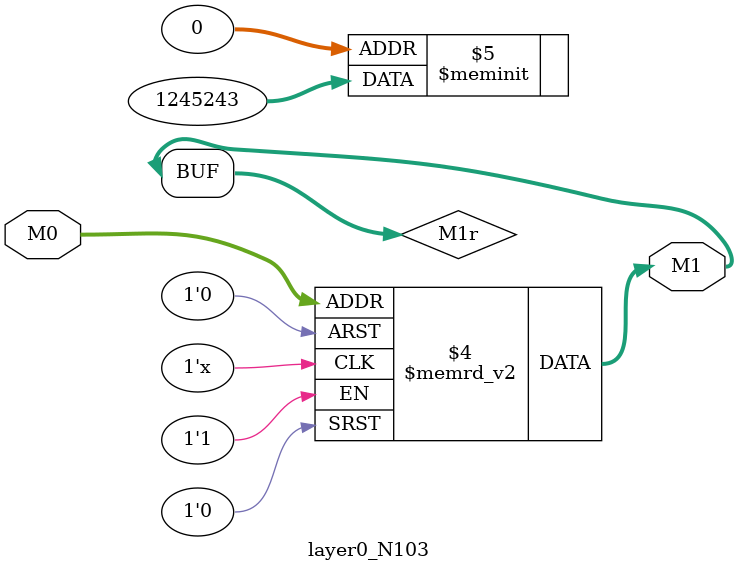
<source format=v>
module layer0_N103 ( input [3:0] M0, output [1:0] M1 );

	(*rom_style = "distributed" *) reg [1:0] M1r;
	assign M1 = M1r;
	always @ (M0) begin
		case (M0)
			4'b0000: M1r = 2'b11;
			4'b1000: M1r = 2'b11;
			4'b0100: M1r = 2'b00;
			4'b1100: M1r = 2'b00;
			4'b0010: M1r = 2'b11;
			4'b1010: M1r = 2'b01;
			4'b0110: M1r = 2'b00;
			4'b1110: M1r = 2'b00;
			4'b0001: M1r = 2'b10;
			4'b1001: M1r = 2'b00;
			4'b0101: M1r = 2'b00;
			4'b1101: M1r = 2'b00;
			4'b0011: M1r = 2'b00;
			4'b1011: M1r = 2'b00;
			4'b0111: M1r = 2'b00;
			4'b1111: M1r = 2'b00;

		endcase
	end
endmodule

</source>
